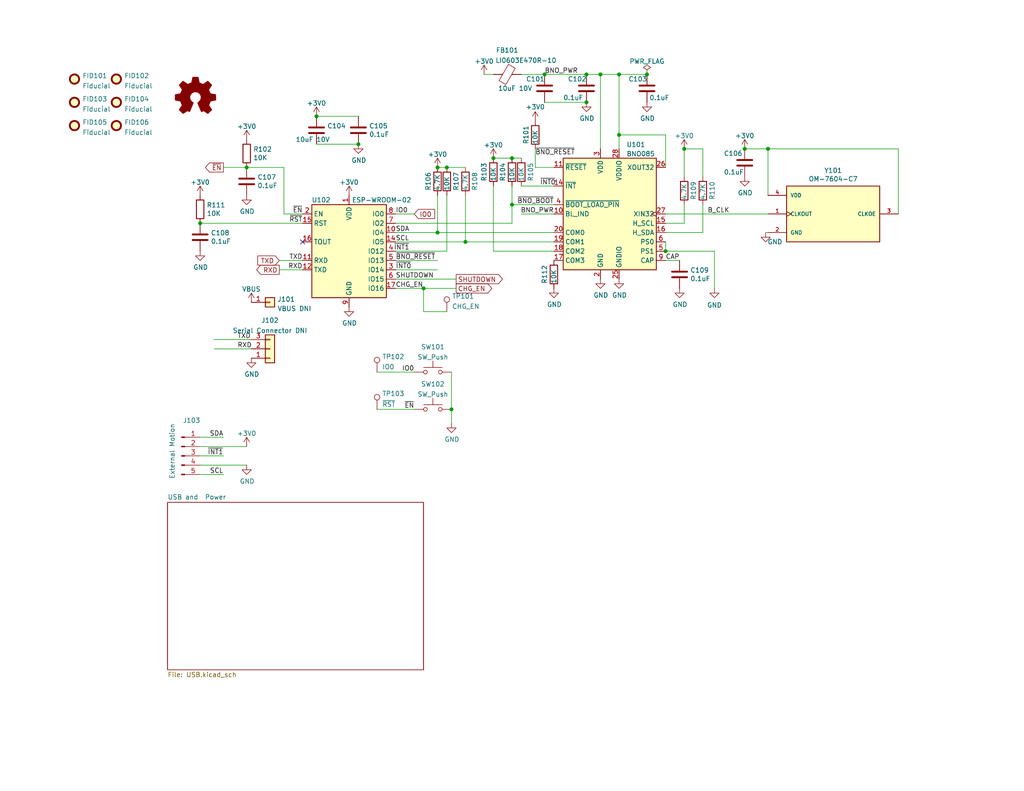
<source format=kicad_sch>
(kicad_sch (version 20211123) (generator eeschema)
  (paper "USLetter")
  (title_block (title "Slime VR Motion Tracker") (date "2022-03-20") (rev "0.97") (company "Copyright © 2022 Aaron Williams"))
  (lib_symbols
    (symbol "Aaron:OM-7604-C7" (pin_names (offset 1.016))
      (property "Reference" "Y" (at -12.7 8.89 0))
      (property "Value" "OM-7604-C7" (at -12.7254 -10.1854 0))
      (symbol "OM-7604-C7_0_0"
        (rectangle (start -12.7 -7.62) (end 12.7 7.62) (stroke (width 0.254)) (fill (type background)))
        (pin output clock (at 17.78 0 180) (length 5.08) (name "CLKOUT") (number "1"))
        (pin power_in line (at 17.78 -5.08 180) (length 5.08) (name "GND") (number "2"))
        (pin input line (at -17.78 0 0) (length 5.08) (name "CLKOE") (number "3"))
        (pin power_in line (at 17.78 5.08 180) (length 5.08) (name "VDD") (number "4"))
      )
    )
    (symbol "Connector:Conn_01x05_Male" (pin_names (offset 1.016) hide)
      (property "Reference" "J" (at 0 7.62 0))
      (property "Value" "Conn_01x05_Male" (at 0 -7.62 0))
      (symbol "Conn_01x05_Male_1_1"
        (polyline (pts (xy 1.27 -5.08) (xy 0.8636 -5.08)) (stroke (width 0.1524)))
        (polyline (pts (xy 1.27 -2.54) (xy 0.8636 -2.54)) (stroke (width 0.1524)))
        (polyline (pts (xy 1.27 0) (xy 0.8636 0)) (stroke (width 0.1524)))
        (polyline (pts (xy 1.27 2.54) (xy 0.8636 2.54)) (stroke (width 0.1524)))
        (polyline (pts (xy 1.27 5.08) (xy 0.8636 5.08)) (stroke (width 0.1524)))
        (rectangle (start 0.8636 -4.953) (end 0 -5.207) (stroke (width 0.1524)) (fill (type outline)))
        (rectangle (start 0.8636 -2.413) (end 0 -2.667) (stroke (width 0.1524)) (fill (type outline)))
        (rectangle (start 0.8636 0.127) (end 0 -0.127) (stroke (width 0.1524)) (fill (type outline)))
        (rectangle (start 0.8636 2.667) (end 0 2.413) (stroke (width 0.1524)) (fill (type outline)))
        (rectangle (start 0.8636 5.207) (end 0 4.953) (stroke (width 0.1524)) (fill (type outline)))
        (pin passive line (at 5.08 5.08 180) (length 3.81) (name "Pin_1") (number "1"))
        (pin passive line (at 5.08 2.54 180) (length 3.81) (name "Pin_2") (number "2"))
        (pin passive line (at 5.08 0 180) (length 3.81) (name "Pin_3") (number "3"))
        (pin passive line (at 5.08 -2.54 180) (length 3.81) (name "Pin_4") (number "4"))
        (pin passive line (at 5.08 -5.08 180) (length 3.81) (name "Pin_5") (number "5"))
      )
    )
    (symbol "Connector:TestPoint" (pin_numbers hide) (pin_names (offset 0.762) hide)
      (property "Reference" "TP" (at 0 6.858 0))
      (property "Value" "TestPoint" (at 0 5.08 0))
      (symbol "TestPoint_0_1"
        (circle (center 0 3.302) (radius 0.762))
      )
      (symbol "TestPoint_1_1"
        (pin passive line (at 0 0 90) (length 2.54) (name "1") (number "1"))
      )
    )
    (symbol "Connector_Generic:Conn_01x01" (pin_names (offset 1.016) hide)
      (property "Reference" "J" (at 0 2.54 0))
      (property "Value" "Conn_01x01" (at 0 -2.54 0))
      (symbol "Conn_01x01_1_1"
        (rectangle (start -1.27 0.127) (end 0 -0.127) (stroke (width 0.1524)))
        (rectangle (start -1.27 1.27) (end 1.27 -1.27) (stroke (width 0.254)) (fill (type background)))
        (pin passive line (at -5.08 0 0) (length 3.81) (name "Pin_1") (number "1"))
      )
    )
    (symbol "Connector_Generic:Conn_01x03" (pin_names (offset 1.016) hide)
      (property "Reference" "J" (at 0 5.08 0))
      (property "Value" "Conn_01x03" (at 0 -5.08 0))
      (symbol "Conn_01x03_1_1"
        (rectangle (start -1.27 -2.413) (end 0 -2.667) (stroke (width 0.1524)))
        (rectangle (start -1.27 0.127) (end 0 -0.127) (stroke (width 0.1524)))
        (rectangle (start -1.27 2.667) (end 0 2.413) (stroke (width 0.1524)))
        (rectangle (start -1.27 3.81) (end 1.27 -3.81) (stroke (width 0.254)) (fill (type background)))
        (pin passive line (at -5.08 2.54 0) (length 3.81) (name "Pin_1") (number "1"))
        (pin passive line (at -5.08 0 0) (length 3.81) (name "Pin_2") (number "2"))
        (pin passive line (at -5.08 -2.54 0) (length 3.81) (name "Pin_3") (number "3"))
      )
    )
    (symbol "Device:C" (pin_numbers hide) (pin_names (offset 0.254))
      (property "Reference" "C" (at 0.635 2.54 0))
      (property "Value" "C" (at 0.635 -2.54 0))
      (symbol "C_0_1"
        (polyline (pts (xy -2.032 -0.762) (xy 2.032 -0.762)) (stroke (width 0.508)))
        (polyline (pts (xy -2.032 0.762) (xy 2.032 0.762)) (stroke (width 0.508)))
      )
      (symbol "C_1_1"
        (pin passive line (at 0 3.81 270) (length 2.794) (name "~") (number "1"))
        (pin passive line (at 0 -3.81 90) (length 2.794) (name "~") (number "2"))
      )
    )
    (symbol "Device:FerriteBead" (pin_numbers hide) (pin_names (offset 0))
      (property "Reference" "FB" (at -3.81 0.635 90))
      (property "Value" "FerriteBead" (at 3.81 0 90))
      (symbol "FerriteBead_0_1"
        (polyline (pts (xy 0 -1.27) (xy 0 -1.2192)))
        (polyline (pts (xy 0 1.27) (xy 0 1.2954)))
        (polyline (pts (xy -2.7686 0.4064) (xy -1.7018 2.2606) (xy 2.7686 -0.3048) (xy 1.6764 -2.159) (xy -2.7686 0.4064)))
      )
      (symbol "FerriteBead_1_1"
        (pin passive line (at 0 3.81 270) (length 2.54) (name "~") (number "1"))
        (pin passive line (at 0 -3.81 90) (length 2.54) (name "~") (number "2"))
      )
    )
    (symbol "Device:R" (pin_numbers hide) (pin_names (offset 0))
      (property "Reference" "R" (at 2.032 0 90))
      (property "Value" "R" (at 0 0 90))
      (symbol "R_0_1"
        (rectangle (start -1.016 -2.54) (end 1.016 2.54) (stroke (width 0.254)))
      )
      (symbol "R_1_1"
        (pin passive line (at 0 3.81 270) (length 1.27) (name "~") (number "1"))
        (pin passive line (at 0 -3.81 90) (length 1.27) (name "~") (number "2"))
      )
    )
    (symbol "Graphic:Logo_Open_Hardware_Small" (pin_names (offset 1.016))
      (symbol "Logo_Open_Hardware_Small_0_1"
        (polyline (pts (xy 3.3528 -4.3434) (xy 3.302 -4.318) (xy 3.175 -4.2418) (xy 2.9972 -4.1148) (xy 2.7686 -3.9624) (xy 2.54 -3.81) (xy 2.3622 -3.7084) (xy 2.2352 -3.6068) (xy 2.1844 -3.5814) (xy 2.159 -3.6068) (xy 2.0574 -3.6576) (xy 1.905 -3.7338) (xy 1.8034 -3.7846) (xy 1.6764 -3.8354) (xy 1.6002 -3.8354) (xy 1.6002 -3.8354) (xy 1.5494 -3.7338) (xy 1.4732 -3.5306) (xy 1.3462 -3.302) (xy 1.2446 -3.0226) (xy 1.1176 -2.7178) (xy 0.9652 -2.413) (xy 0.8636 -2.1082) (xy 0.7366 -1.8288) (xy 0.6604 -1.6256) (xy 0.6096 -1.4732) (xy 0.5842 -1.397) (xy 0.5842 -1.397) (xy 0.6604 -1.3208) (xy 0.7874 -1.2446) (xy 1.0414 -1.016) (xy 1.2954 -0.6858) (xy 1.4478 -0.3302) (xy 1.524 0.0762) (xy 1.4732 0.4572) (xy 1.3208 0.8128) (xy 1.0668 1.143) (xy 0.762 1.3716) (xy 0.4064 1.524) (xy 0 1.5748) (xy -0.381 1.5494) (xy -0.7366 1.397) (xy -1.0668 1.143) (xy -1.2192 0.9906) (xy -1.397 0.6604) (xy -1.524 0.3048) (xy -1.524 0.2286) (xy -1.4986 -0.1778) (xy -1.397 -0.5334) (xy -1.1938 -0.8636) (xy -0.9144 -1.143) (xy -0.8636 -1.1684) (xy -0.7366 -1.27) (xy -0.635 -1.3462) (xy -0.5842 -1.397) (xy -1.0668 -2.5908) (xy -1.143 -2.794) (xy -1.2954 -3.1242) (xy -1.397 -3.4036) (xy -1.4986 -3.6322) (xy -1.5748 -3.7846) (xy -1.6002 -3.8354) (xy -1.6002 -3.8354) (xy -1.651 -3.8354) (xy -1.7272 -3.81) (xy -1.905 -3.7338) (xy -2.0066 -3.683) (xy -2.1336 -3.6068) (xy -2.2098 -3.5814) (xy -2.2606 -3.6068) (xy -2.3622 -3.683) (xy -2.54 -3.81) (xy -2.7686 -3.9624) (xy -2.9718 -4.0894) (xy -3.1496 -4.2164) (xy -3.302 -4.318) (xy -3.3528 -4.3434) (xy -3.3782 -4.3434) (xy -3.429 -4.318) (xy -3.5306 -4.2164) (xy -3.7084 -4.064) (xy -3.937 -3.8354) (xy -3.9624 -3.81) (xy -4.1656 -3.6068) (xy -4.318 -3.4544) (xy -4.4196 -3.3274) (xy -4.445 -3.2766) (xy -4.445 -3.2766) (xy -4.4196 -3.2258) (xy -4.318 -3.0734) (xy -4.2164 -2.8956) (xy -4.064 -2.667) (xy -3.6576 -2.0828) (xy -3.8862 -1.5494) (xy -3.937 -1.3716) (xy -4.0386 -1.1684) (xy -4.0894 -1.0414) (xy -4.1148 -0.9652) (xy -4.191 -0.9398) (xy -4.318 -0.9144) (xy -4.5466 -0.8636) (xy -4.8006 -0.8128) (xy -5.0546 -0.7874) (xy -5.2578 -0.7366) (xy -5.4356 -0.7112) (xy -5.5118 -0.6858) (xy -5.5118 -0.6858) (xy -5.5372 -0.635) (xy -5.5372 -0.5588) (xy -5.5372 -0.4318) (xy -5.5626 -0.2286) (xy -5.5626 0.0762) (xy -5.5626 0.127) (xy -5.5372 0.4064) (xy -5.5372 0.635) (xy -5.5372 0.762) (xy -5.5372 0.8382) (xy -5.5372 0.8382) (xy -5.461 0.8382) (xy -5.3086 0.889) (xy -5.08 0.9144) (xy -4.826 0.9652) (xy -4.8006 0.9906) (xy -4.5466 1.0414) (xy -4.318 1.0668) (xy -4.1656 1.1176) (xy -4.0894 1.143) (xy -4.0894 1.143) (xy -4.0386 1.2446) (xy -3.9624 1.4224) (xy -3.8608 1.6256) (xy -3.7846 1.8288) (xy -3.7084 2.0066) (xy -3.6576 2.159) (xy -3.6322 2.2098) (xy -3.6322 2.2098) (xy -3.683 2.286) (xy -3.7592 2.413) (xy -3.8862 2.5908) (xy -4.064 2.8194) (xy -4.064 2.8448) (xy -4.2164 3.0734) (xy -4.3434 3.2512) (xy -4.4196 3.3782) (xy -4.445 3.4544) (xy -4.445 3.4544) (xy -4.3942 3.5052) (xy -4.2926 3.6322) (xy -4.1148 3.81) (xy -3.937 4.0132) (xy -3.8608 4.064) (xy -3.6576 4.2926) (xy -3.5052 4.4196) (xy -3.4036 4.4958) (xy -3.3528 4.5212) (xy -3.3528 4.5212) (xy -3.302 4.4704) (xy -3.1496 4.3688) (xy -2.9718 4.2418) (xy -2.7432 4.0894) (xy -2.7178 4.0894) (xy -2.4892 3.937) (xy -2.3114 3.81) (xy -2.1844 3.7084) (xy -2.1336 3.683) (xy -2.1082 3.683) (xy -2.032 3.7084) (xy -1.8542 3.7592) (xy -1.6764 3.8354) (xy -1.4732 3.937) (xy -1.27 4.0132) (xy -1.143 4.064) (xy -1.0668 4.1148) (xy -1.0668 4.1148) (xy -1.0414 4.191) (xy -1.016 4.3434) (xy -0.9652 4.572) (xy -0.9144 4.8514) (xy -0.889 4.9022) (xy -0.8382 5.1562) (xy -0.8128 5.3848) (xy -0.7874 5.5372) (xy -0.762 5.588) (xy -0.7112 5.6134) (xy -0.5842 5.6134) (xy -0.4064 5.6134) (xy -0.1524 5.6134) (xy 0.0762 5.6134) (xy 0.3302 5.6134) (xy 0.5334 5.6134) (xy 0.6858 5.588) (xy 0.7366 5.588) (xy 0.7366 5.588) (xy 0.762 5.5118) (xy 0.8128 5.334) (xy 0.8382 5.1054) (xy 0.9144 4.826) (xy 0.9144 4.7752) (xy 0.9652 4.5212) (xy 1.016 4.2926) (xy 1.0414 4.1402) (xy 1.0668 4.0894) (xy 1.0668 4.0894) (xy 1.1938 4.0386) (xy 1.3716 3.9624) (xy 1.5748 3.8608) (xy 2.0828 3.6576) (xy 2.7178 4.0894) (xy 2.7686 4.1402) (xy 2.9972 4.2926) (xy 3.175 4.4196) (xy 3.302 4.4958) (xy 3.3782 4.5212) (xy 3.3782 4.5212) (xy 3.429 4.4704) (xy 3.556 4.3434) (xy 3.7338 4.191) (xy 3.9116 3.9878) (xy 4.064 3.8354) (xy 4.2418 3.6576) (xy 4.3434 3.556) (xy 4.4196 3.4798) (xy 4.4196 3.429) (xy 4.4196 3.4036) (xy 4.3942 3.3274) (xy 4.2926 3.2004) (xy 4.1656 2.9972) (xy 4.0132 2.794) (xy 3.8862 2.5908) (xy 3.7592 2.3876) (xy 3.6576 2.2352) (xy 3.6322 2.159) (xy 3.6322 2.1336) (xy 3.683 2.0066) (xy 3.7592 1.8288) (xy 3.8608 1.6002) (xy 4.064 1.1176) (xy 4.3942 1.0414) (xy 4.5974 1.016) (xy 4.8768 0.9652) (xy 5.1308 0.9144) (xy 5.5372 0.8382) (xy 5.5626 -0.6604) (xy 5.4864 -0.6858) (xy 5.4356 -0.6858) (xy 5.2832 -0.7366) (xy 5.0546 -0.762) (xy 4.8006 -0.8128) (xy 4.5974 -0.8636) (xy 4.3688 -0.9144) (xy 4.2164 -0.9398) (xy 4.1402 -0.9398) (xy 4.1148 -0.9652) (xy 4.064 -1.0668) (xy 3.9878 -1.2446) (xy 3.9116 -1.4478) (xy 3.81 -1.651) (xy 3.7338 -1.8542) (xy 3.683 -2.0066) (xy 3.6576 -2.0828) (xy 3.683 -2.1336) (xy 3.7846 -2.2606) (xy 3.8862 -2.4638) (xy 4.0386 -2.667) (xy 4.191 -2.8956) (xy 4.318 -3.0734) (xy 4.3942 -3.2004) (xy 4.445 -3.2766) (xy 4.4196 -3.3274) (xy 4.3434 -3.429) (xy 4.1656 -3.5814) (xy 3.937 -3.8354) (xy 3.8862 -3.8608) (xy 3.683 -4.064) (xy 3.5306 -4.2164) (xy 3.4036 -4.318) (xy 3.3528 -4.3434)) (fill (type outline)))
      )
    )
    (symbol "Mechanical:Fiducial"
      (property "Reference" "FID" (at 0 5.08 0))
      (property "Value" "Fiducial" (at 0 3.175 0))
      (symbol "Fiducial_0_1"
        (circle (center 0 0) (radius 1.27) (stroke (width 0.508)) (fill (type background)))
      )
    )
    (symbol "RF_Module:ESP-WROOM-02"
      (property "Reference" "U" (at -7.62 13.97 0))
      (property "Value" "ESP-WROOM-02" (at 10.16 13.97 0))
      (symbol "ESP-WROOM-02_0_1"
        (rectangle (start 10.16 12.7) (end -10.16 -12.7) (stroke (width 0.254)) (fill (type background)))
      )
      (symbol "ESP-WROOM-02_1_1"
        (pin power_in line (at 0 15.24 270) (length 2.54) (name "VDD") (number "1"))
        (pin bidirectional line (at 12.7 5.08 180) (length 2.54) (name "IO4") (number "10"))
        (pin bidirectional line (at -12.7 -2.54 0) (length 2.54) (name "RXD") (number "11"))
        (pin bidirectional line (at -12.7 -5.08 0) (length 2.54) (name "TXD") (number "12"))
        (pin passive line (at 0 -15.24 90) (length 2.54) hide (name "GND") (number "13"))
        (pin bidirectional line (at 12.7 2.54 180) (length 2.54) (name "IO5") (number "14"))
        (pin input line (at -12.7 7.62 0) (length 2.54) (name "RST") (number "15"))
        (pin input line (at -12.7 2.54 0) (length 2.54) (name "TOUT") (number "16"))
        (pin bidirectional line (at 12.7 -10.16 180) (length 2.54) (name "IO16") (number "17"))
        (pin passive line (at 0 -15.24 90) (length 2.54) hide (name "GND") (number "18"))
        (pin passive line (at 0 -15.24 90) (length 2.54) hide (name "GND") (number "19"))
        (pin input line (at -12.7 10.16 0) (length 2.54) (name "EN") (number "2"))
        (pin bidirectional line (at 12.7 -5.08 180) (length 2.54) (name "IO14") (number "3"))
        (pin bidirectional line (at 12.7 0 180) (length 2.54) (name "IO12") (number "4"))
        (pin bidirectional line (at 12.7 -2.54 180) (length 2.54) (name "IO13") (number "5"))
        (pin bidirectional line (at 12.7 -7.62 180) (length 2.54) (name "IO15") (number "6"))
        (pin bidirectional line (at 12.7 7.62 180) (length 2.54) (name "IO2") (number "7"))
        (pin bidirectional line (at 12.7 10.16 180) (length 2.54) (name "IO0") (number "8"))
        (pin power_in line (at 0 -15.24 90) (length 2.54) (name "GND") (number "9"))
      )
    )
    (symbol "Sensor_Motion:BNO080"
      (property "Reference" "U301" (at 6.985 19.05 0))
      (property "Value" "BNO080" (at 7.62 16.51 0))
      (symbol "BNO080_0_1"
        (rectangle (start -12.7 15.24) (end 12.7 -15.24) (stroke (width 0.254)) (fill (type background)))
      )
      (symbol "BNO080_1_1"
        (pin no_connect line (at -15.24 10.16 0) (length 2.54) hide (name "PIN1") (number "1"))
        (pin input line (at -15.24 0 0) (length 2.54) (name "BL_IND") (number "10"))
        (pin input line (at -15.24 12.7 0) (length 2.54) (name "~{RESET}") (number "11"))
        (pin no_connect line (at 15.24 10.16 180) (length 2.54) hide (name "NC") (number "12"))
        (pin no_connect line (at 15.24 7.62 180) (length 2.54) hide (name "NC") (number "13"))
        (pin open_collector line (at -15.24 7.62 0) (length 2.54) (name "~{INT}") (number "14"))
        (pin bidirectional line (at 15.24 -2.54 180) (length 2.54) (name "H_SCL") (number "15"))
        (pin bidirectional line (at 15.24 -5.08 180) (length 2.54) (name "H_SDA") (number "16"))
        (pin input line (at -15.24 -12.7 0) (length 2.54) (name "COM3") (number "17"))
        (pin bidirectional line (at -15.24 -10.16 0) (length 2.54) (name "COM2") (number "18"))
        (pin bidirectional line (at -15.24 -7.62 0) (length 2.54) (name "COM1") (number "19"))
        (pin power_in line (at -2.54 -17.78 90) (length 2.54) (name "GND") (number "2"))
        (pin bidirectional line (at -15.24 -5.08 0) (length 2.54) (name "COM0") (number "20"))
        (pin no_connect line (at 15.24 5.08 180) (length 2.54) hide (name "NC") (number "21"))
        (pin no_connect line (at 15.24 2.54 180) (length 2.54) hide (name "NC") (number "22"))
        (pin no_connect line (at -1.27 -2.54 180) (length 2.54) hide (name "NC") (number "23"))
        (pin no_connect line (at -1.27 -5.08 180) (length 2.54) hide (name "NC") (number "24"))
        (pin power_in line (at 2.54 -17.78 90) (length 2.54) (name "GNDIO") (number "25"))
        (pin passive line (at 15.24 12.7 180) (length 2.54) (name "XOUT32") (number "26"))
        (pin input clock (at 15.24 0 180) (length 2.54) (name "XIN32") (number "27"))
        (pin power_in line (at 2.54 17.78 270) (length 2.54) (name "VDDIO") (number "28"))
        (pin power_in line (at -2.54 17.78 270) (length 2.54) (name "VDD") (number "3"))
        (pin input line (at -15.24 2.54 0) (length 2.54) (name "~{BOOT_LOAD_PIN}") (number "4"))
        (pin input line (at 15.24 -10.16 180) (length 2.54) (name "PS1") (number "5"))
        (pin input line (at 15.24 -7.62 180) (length 2.54) (name "PS0") (number "6"))
        (pin no_connect line (at -15.24 5.08 0) (length 2.54) hide (name "PIN7") (number "7"))
        (pin no_connect line (at -15.24 -2.54 0) (length 2.54) hide (name "PIN8") (number "8"))
        (pin passive line (at 15.24 -12.7 180) (length 2.54) (name "CAP") (number "9"))
      )
    )
    (symbol "Switch:SW_Push" (pin_numbers hide) (pin_names (offset 1.016) hide)
      (property "Reference" "SW" (at 1.27 2.54 0))
      (property "Value" "SW_Push" (at 0 -1.524 0))
      (symbol "SW_Push_0_1"
        (circle (center -2.032 0) (radius 0.508))
        (polyline (pts (xy 0 1.27) (xy 0 3.048)))
        (polyline (pts (xy 2.54 1.27) (xy -2.54 1.27)))
        (circle (center 2.032 0) (radius 0.508))
        (pin passive line (at -5.08 0 0) (length 2.54) (name "1") (number "1"))
        (pin passive line (at 5.08 0 180) (length 2.54) (name "2") (number "2"))
      )
    )
    (symbol "power:+3V0" (power) (pin_names (offset 0))
      (property "Value" "+3V0" (at 0 3.556 0))
      (symbol "+3V0_0_1"
        (polyline (pts (xy -0.762 1.27) (xy 0 2.54)))
        (polyline (pts (xy 0 0) (xy 0 2.54)))
        (polyline (pts (xy 0 2.54) (xy 0.762 1.27)))
      )
      (symbol "+3V0_1_1"
        (pin power_in line (at 0 0 90) (length 0) hide (name "+3V0") (number "1"))
      )
    )
    (symbol "power:GND" (power) (pin_names (offset 0))
      (property "Value" "GND" (at 0 -3.81 0))
      (symbol "GND_0_1"
        (polyline (pts (xy 0 0) (xy 0 -1.27) (xy 1.27 -1.27) (xy 0 -2.54) (xy -1.27 -1.27) (xy 0 -1.27)))
      )
      (symbol "GND_1_1"
        (pin power_in line (at 0 0 270) (length 0) hide (name "GND") (number "1"))
      )
    )
    (symbol "power:PWR_FLAG" (power) (pin_numbers hide) (pin_names (offset 0) hide)
      (property "Value" "PWR_FLAG" (at 0 3.81 0))
      (symbol "PWR_FLAG_0_0"
        (pin power_out line (at 0 0 90) (length 0) (name "pwr") (number "1"))
      )
      (symbol "PWR_FLAG_0_1"
        (polyline (pts (xy 0 0) (xy 0 1.27) (xy -1.016 1.905) (xy 0 2.54) (xy 1.016 1.905) (xy 0 1.27)))
      )
    )
    (symbol "power:VBUS" (power) (pin_names (offset 0))
      (property "Value" "VBUS" (at 0 3.81 0))
      (symbol "VBUS_0_1"
        (polyline (pts (xy -0.762 1.27) (xy 0 2.54)))
        (polyline (pts (xy 0 0) (xy 0 2.54)))
        (polyline (pts (xy 0 2.54) (xy 0.762 1.27)))
      )
      (symbol "VBUS_1_1"
        (pin power_in line (at 0 0 90) (length 0) hide (name "VBUS") (number "1"))
      )
    )
  )
  (junction (at 209.55 40.64))
  (junction (at 148.59 20.32))
  (junction (at 160.02 27.94))
  (junction (at 86.36 31.75))
  (junction (at 97.79 39.37))
  (junction (at 139.7 55.88))
  (junction (at 139.7 43.18))
  (junction (at 54.61 60.96))
  (junction (at 119.38 63.5))
  (junction (at 168.91 36.83))
  (junction (at 163.83 20.32))
  (junction (at 127 66.04))
  (junction (at 123.19 111.76))
  (junction (at 160.02 20.32))
  (junction (at 115.57 78.74))
  (junction (at 168.91 20.32))
  (junction (at 186.69 40.64))
  (junction (at 176.53 20.32))
  (junction (at 119.38 45.72))
  (junction (at 181.61 68.58))
  (junction (at 121.92 45.72))
  (junction (at 67.31 45.72))
  (junction (at 203.2 40.64))
  (junction (at 134.62 43.18))
  (no_connect (at 82.55 66.04))
  (wire (pts (xy 146.05 45.72) (xy 151.13 45.72)))
  (wire (pts (xy 86.36 39.37) (xy 97.79 39.37)))
  (wire (pts (xy 107.95 78.74) (xy 115.57 78.74)))
  (wire (pts (xy 77.47 58.42) (xy 82.55 58.42)))
  (wire (pts (xy 181.61 58.42) (xy 209.55 58.42)))
  (wire (pts (xy 151.13 63.5) (xy 119.38 63.5)))
  (wire (pts (xy 107.95 71.12) (xy 119.38 71.12)))
  (wire (pts (xy 168.91 20.32) (xy 176.53 20.32)))
  (wire (pts (xy 60.96 124.46) (xy 54.61 124.46)))
  (wire (pts (xy 76.2 73.66) (xy 82.55 73.66)))
  (wire (pts (xy 181.61 68.58) (xy 194.945 68.58)))
  (wire (pts (xy 181.61 36.83) (xy 168.91 36.83)))
  (wire (pts (xy 186.69 40.64) (xy 186.69 48.26)))
  (wire (pts (xy 115.57 78.74) (xy 124.46 78.74)))
  (wire (pts (xy 191.77 63.5) (xy 191.77 55.88)))
  (wire (pts (xy 54.61 129.54) (xy 60.96 129.54)))
  (wire (pts (xy 151.13 55.88) (xy 139.7 55.88)))
  (wire (pts (xy 107.95 60.96) (xy 139.7 60.96)))
  (wire (pts (xy 102.87 111.76) (xy 113.03 111.76)))
  (wire (pts (xy 102.87 101.6) (xy 113.03 101.6)))
  (wire (pts (xy 163.83 20.32) (xy 163.83 40.64)))
  (wire (pts (xy 123.19 111.76) (xy 123.19 115.57)))
  (wire (pts (xy 107.95 58.42) (xy 113.03 58.42)))
  (wire (pts (xy 203.2 40.64) (xy 209.55 40.64)))
  (wire (pts (xy 54.61 60.96) (xy 82.55 60.96)))
  (wire (pts (xy 148.59 27.94) (xy 160.02 27.94)))
  (wire (pts (xy 181.61 63.5) (xy 191.77 63.5)))
  (wire (pts (xy 58.42 92.71) (xy 68.58 92.71)))
  (wire (pts (xy 186.69 40.64) (xy 191.77 40.64)))
  (wire (pts (xy 107.95 76.2) (xy 124.46 76.2)))
  (wire (pts (xy 54.61 121.92) (xy 67.31 121.92)))
  (wire (pts (xy 181.61 66.04) (xy 181.61 68.58)))
  (wire (pts (xy 163.83 20.32) (xy 168.91 20.32)))
  (wire (pts (xy 115.57 85.09) (xy 115.57 78.74)))
  (wire (pts (xy 107.95 66.04) (xy 127 66.04)))
  (wire (pts (xy 168.91 36.83) (xy 168.91 40.64)))
  (wire (pts (xy 186.69 60.96) (xy 186.69 55.88)))
  (wire (pts (xy 209.55 63.5) (xy 208.915 63.5)))
  (wire (pts (xy 121.92 53.34) (xy 121.92 68.58)))
  (wire (pts (xy 119.38 45.72) (xy 121.92 45.72)))
  (wire (pts (xy 142.24 20.32) (xy 148.59 20.32)))
  (wire (pts (xy 160.02 20.32) (xy 163.83 20.32)))
  (wire (pts (xy 139.7 60.96) (xy 139.7 55.88)))
  (wire (pts (xy 185.42 71.12) (xy 181.61 71.12)))
  (wire (pts (xy 67.31 45.72) (xy 77.47 45.72)))
  (wire (pts (xy 146.05 45.72) (xy 146.05 40.64)))
  (wire (pts (xy 121.92 85.09) (xy 115.57 85.09)))
  (wire (pts (xy 194.945 68.58) (xy 194.945 78.74)))
  (wire (pts (xy 82.55 71.12) (xy 76.2 71.12)))
  (wire (pts (xy 191.77 48.26) (xy 191.77 40.64)))
  (wire (pts (xy 107.95 68.58) (xy 121.92 68.58)))
  (wire (pts (xy 181.61 60.96) (xy 186.69 60.96)))
  (wire (pts (xy 139.7 43.18) (xy 142.24 43.18)))
  (wire (pts (xy 58.42 95.25) (xy 68.58 95.25)))
  (wire (pts (xy 142.24 58.42) (xy 151.13 58.42)))
  (wire (pts (xy 127 66.04) (xy 151.13 66.04)))
  (wire (pts (xy 107.95 73.66) (xy 119.38 73.66)))
  (wire (pts (xy 123.19 101.6) (xy 123.19 111.76)))
  (wire (pts (xy 86.36 31.75) (xy 97.79 31.75)))
  (wire (pts (xy 54.61 119.38) (xy 60.96 119.38)))
  (wire (pts (xy 209.55 40.64) (xy 209.55 53.34)))
  (wire (pts (xy 60.96 45.72) (xy 67.31 45.72)))
  (wire (pts (xy 121.92 45.72) (xy 127 45.72)))
  (wire (pts (xy 77.47 45.72) (xy 77.47 58.42)))
  (wire (pts (xy 142.24 50.8) (xy 151.13 50.8)))
  (wire (pts (xy 119.38 53.34) (xy 119.38 63.5)))
  (wire (pts (xy 132.08 20.32) (xy 134.62 20.32)))
  (wire (pts (xy 148.59 20.32) (xy 160.02 20.32)))
  (wire (pts (xy 139.7 55.88) (xy 139.7 50.8)))
  (wire (pts (xy 127 66.04) (xy 127 53.34)))
  (wire (pts (xy 245.11 40.64) (xy 245.11 58.42)))
  (wire (pts (xy 134.62 50.8) (xy 134.62 68.58)))
  (wire (pts (xy 107.95 63.5) (xy 119.38 63.5)))
  (wire (pts (xy 54.61 127) (xy 67.31 127)))
  (wire (pts (xy 209.55 40.64) (xy 245.11 40.64)))
  (wire (pts (xy 134.62 43.18) (xy 139.7 43.18)))
  (wire (pts (xy 134.62 68.58) (xy 151.13 68.58)))
  (wire (pts (xy 168.91 20.32) (xy 168.91 36.83)))
  (wire (pts (xy 181.61 36.83) (xy 181.61 45.72)))
  (label "~{EN}" (at 113.03 111.76 180))
  (label "IO0" (at 113.03 101.6 180))
  (label "TXD" (at 82.55 71.12 180))
  (label "SCL" (at 107.95 66.04 0))
  (label "~{RST}" (at 82.55 60.96 180))
  (label "IO0" (at 107.95 58.42 0))
  (label "~{INT1}" (at 111.76 68.58 180))
  (label "BNO_PWR" (at 151.13 58.42 180))
  (label "CAP" (at 181.61 71.12 0))
  (label "SDA" (at 107.95 63.5 0))
  (label "~{EN}" (at 82.55 58.42 180))
  (label "SHUTDOWN" (at 107.95 76.2 0))
  (label "~{BNO_RESET}" (at 146.05 42.545 0))
  (label "BNO_PWR" (at 148.59 20.32 0))
  (label "SCL" (at 60.96 129.54 180))
  (label "~{BNO_RESET}" (at 107.95 71.12 0))
  (label "~{BNO_BOOT}" (at 151.13 55.88 180))
  (label "~{INT0}" (at 147.32 50.8 0))
  (label "RXD" (at 82.55 73.66 180))
  (label "CHG_EN" (at 107.95 78.74 0))
  (label "~{INT0}" (at 107.95 73.66 0))
  (label "SDA" (at 60.96 119.38 180))
  (label "B_CLK" (at 193.04 58.42 0))
  (label "~{INT1}" (at 60.96 124.46 180))
  (label "TXD" (at 64.77 92.71 0))
  (label "RXD" (at 64.77 95.25 0))
  (global_label "RXD" (shape output) (at 76.2 73.66 180) (property "Intersheet References" "${INTERSHEET_REFS}" (effects hide)))
  (global_label "CHG_EN" (shape output) (at 124.46 78.74 0) (property "Intersheet References" "${INTERSHEET_REFS}" (effects hide)))
  (global_label "IO0" (shape input) (at 113.03 58.42 0) (property "Intersheet References" "${INTERSHEET_REFS}" (effects hide)))
  (global_label "SHUTDOWN" (shape output) (at 124.46 76.2 0) (property "Intersheet References" "${INTERSHEET_REFS}" (effects hide)))
  (global_label "TXD" (shape input) (at 76.2 71.12 180) (property "Intersheet References" "${INTERSHEET_REFS}" (effects hide)))
  (global_label "~{EN}" (shape output) (at 60.96 45.72 180) (property "Intersheet References" "${INTERSHEET_REFS}" (effects hide)))
  (symbol (lib_id "RF_Module:ESP-WROOM-02") (at 95.25 68.58 0) (unit 1)
    (property "Reference" "U102" (at 87.63 54.61 0))
    (property "Value" "ESP-WROOM-02" (at 104.14 54.61 0))
    (property "Footprint" "RF_Module:ESP-WROOM-02" (effects hide))
    (property "Datasheet" "https://www.espressif.com/sites/default/files/documentation/0c-esp-wroom-02_datasheet_en.pdf" (effects hide))
    (property "MFR" "Espressif Systems" (effects hide))
    (property "MPN" "ESP-WROOM-02D (4MB)" (effects hide))
    (property "SPR" "Digikey" (effects hide))
    (property "SPN" "1965-ESP-WROOM-02D(4MB)CT-ND" (effects hide))
    (property "SPURL" "https://www.digikey.com/en/products/detail/espressif-systems/ESP-WROOM-02D-4MB/10259353" (effects hide))
    (property "DESC" "WiFi 802.11b/g/n Transceiver Module 2.4GHz ~ 2.5GHz Integrated, Trace Surface Mount" (effects hide))
    (property "MANUFACTURER" "Espressif Systems" (effects hide))
  )
  (symbol (lib_id "Device:R") (at 119.38 49.53 0) (unit 1)
    (property "Reference" "R106" (at 116.84 52.07 90) (effects (justify left)))
    (property "Value" "4.7K" (at 119.38 52.07 90) (effects (justify left)))
    (property "Footprint" "Resistor_SMD:R_0603_1608Metric" (effects hide))
    (property "MFR" "Yageo" (effects hide))
    (property "MPN" "RC0603FR-074K7L" (effects hide))
    (property "SPR" "Digikey" (effects hide))
    (property "SPN" "311-4.70KHRCT-ND" (effects hide))
    (property "SPURL" "https://www.digikey.com/en/products/detail/yageo/RC0603FR-074K7L/727212" (effects hide))
    (property "DESC" "4.7 kOhms ±1% 0.1W, 1/10W Chip Resistor 0603 (1608 Metric) Moisture Resistant Thick Film" (effects hide))
    (property "MANUFACTURER" "YAGEO" (effects hide))
  )
  (symbol (lib_id "power:GND") (at 95.25 83.82 0) (unit 1)
    (property "Reference" "#PWR0123" (effects hide))
    (property "Value" "GND" (at 95.377 88.2142 0))
  )
  (symbol (lib_id "Device:R") (at 54.61 57.15 0) (unit 1)
    (property "Reference" "R111" (at 56.388 55.9816 0) (effects (justify left)))
    (property "Value" "10K" (at 56.388 58.293 0) (effects (justify left)))
    (property "Footprint" "Resistor_SMD:R_0603_1608Metric" (effects hide))
    (property "MFR" "Yageo" (effects hide))
    (property "MPN" "RC0603FR-0710KL" (effects hide))
    (property "SPR" "Digikey" (effects hide))
    (property "SPN" "311-10.0KHRCT-ND" (effects hide))
    (property "SPURL" "https://www.digikey.com/en/products/detail/yageo/RC0603FR-0710KL/2827570" (effects hide))
    (property "DESC" "10 kOhms ±1% 0.1W, 1/10W Chip Resistor 0603 (1608 Metric) Moisture Resistant Thick Film" (effects hide))
    (property "MANUFACTURER" "YAGEO" (effects hide))
  )
  (symbol (lib_id "Device:C") (at 54.61 64.77 0) (unit 1)
    (property "Reference" "C108" (at 57.531 63.6016 0) (effects (justify left)))
    (property "Value" "0.1uF" (at 57.531 65.913 0) (effects (justify left)))
    (property "Footprint" "Capacitor_SMD:C_0603_1608Metric" (effects hide))
    (property "MFR" "KEMET" (effects hide))
    (property "MPN" "C0603C104M3RAC7867" (effects hide))
    (property "SPR" "Digikey" (effects hide))
    (property "SPN" "399-C0603C104M3RAC7867CT-ND" (effects hide))
    (property "SPURL" "https://www.digikey.com/en/products/detail/kemet/C0603C104M3RAC7867/416046" (effects hide))
    (property "DESC" "0.1 µF ±20% 25V Ceramic Capacitor X7R 0603 (1608 Metric)" (effects hide))
    (property "MANUFACTURER" "KEMET" (effects hide))
  )
  (symbol (lib_id "power:GND") (at 54.61 68.58 0) (unit 1)
    (property "Reference" "#PWR0117" (effects hide))
    (property "Value" "GND" (at 54.737 72.9742 0))
  )
  (symbol (lib_id "Device:R") (at 67.31 41.91 0) (unit 1)
    (property "Reference" "R102" (at 69.088 40.7416 0) (effects (justify left)))
    (property "Value" "10K" (at 69.088 43.053 0) (effects (justify left)))
    (property "Footprint" "Resistor_SMD:R_0603_1608Metric" (effects hide))
    (property "MFR" "Yageo" (effects hide))
    (property "MPN" "RC0603FR-0710KL" (effects hide))
    (property "SPR" "Digikey" (effects hide))
    (property "SPN" "311-10.0KHRCT-ND" (effects hide))
    (property "SPURL" "https://www.digikey.com/en/products/detail/yageo/RC0603FR-0710KL/2827570" (effects hide))
    (property "DESC" "10 kOhms ±1% 0.1W, 1/10W Chip Resistor 0603 (1608 Metric) Moisture Resistant Thick Film" (effects hide))
    (property "MANUFACTURER" "YAGEO" (effects hide))
  )
  (symbol (lib_id "Device:C") (at 97.79 35.56 0) (unit 1)
    (property "Reference" "C105" (at 100.711 34.3916 0) (effects (justify left)))
    (property "Value" "0.1uF" (at 100.711 36.703 0) (effects (justify left)))
    (property "Footprint" "Capacitor_SMD:C_0603_1608Metric" (effects hide))
    (property "MFR" "KEMET" (effects hide))
    (property "MPN" "C0603C104M3RAC7867" (effects hide))
    (property "SPR" "Digikey" (effects hide))
    (property "SPN" "399-C0603C104M3RAC7867CT-ND" (effects hide))
    (property "SPURL" "https://www.digikey.com/en/products/detail/kemet/C0603C104M3RAC7867/416046" (effects hide))
    (property "DESC" "0.1 µF ±20% 25V Ceramic Capacitor X7R 0603 (1608 Metric)" (effects hide))
    (property "MANUFACTURER" "KEMET" (effects hide))
  )
  (symbol (lib_id "Device:C") (at 86.36 35.56 0) (unit 1)
    (property "Reference" "C104" (at 89.281 34.3916 0) (effects (justify left)))
    (property "Value" "10uF 10V" (at 80.645 38.1 0) (effects (justify left)))
    (property "Footprint" "Capacitor_SMD:C_0603_1608Metric" (effects hide))
    (property "MFR" "Samsung Electro-Mechanics" (effects hide))
    (property "MPN" "CL10A106MP8NNNC" (effects hide))
    (property "SPR" "Digikey" (effects hide))
    (property "SPN" "1276-1871-1-ND" (effects hide))
    (property "SPURL" "https://www.digikey.com/en/products/detail/samsung-electro-mechanics/CL10A106MP8NNNC/3887529" (effects hide))
    (property "DESC" "10 µF ±20% 10V Ceramic Capacitor X5R 0603 (1608 Metric)" (effects hide))
    (property "MANUFACTURER" "Samsung Electro-Mechanics" (effects hide))
  )
  (symbol (lib_id "power:GND") (at 97.79 39.37 0) (unit 1)
    (property "Reference" "#PWR0108" (effects hide))
    (property "Value" "GND" (at 97.917 43.7642 0))
  )
  (symbol (lib_id "Device:C") (at 160.02 24.13 0) (unit 1)
    (property "Reference" "C102" (at 154.94 21.59 0) (effects (justify left)))
    (property "Value" "0.1uF" (at 153.67 26.67 0) (effects (justify left)))
    (property "Footprint" "Capacitor_SMD:C_0603_1608Metric" (effects hide))
    (property "MFR" "KEMET" (effects hide))
    (property "MPN" "C0603C104M3RAC7867" (effects hide))
    (property "SPR" "Digikey" (effects hide))
    (property "SPN" "399-C0603C104M3RAC7867CT-ND" (effects hide))
    (property "SPURL" "https://www.digikey.com/en/products/detail/kemet/C0603C104M3RAC7867/416046" (effects hide))
    (property "DESC" "0.1 µF ±20% 25V Ceramic Capacitor X7R 0603 (1608 Metric)" (effects hide))
    (property "MANUFACTURER" "KEMET" (effects hide))
  )
  (symbol (lib_id "Device:C") (at 148.59 24.13 0) (unit 1)
    (property "Reference" "C101" (at 143.51 21.59 0) (effects (justify left)))
    (property "Value" "10uF 10V" (at 135.89 24.13 0) (effects (justify left)))
    (property "Footprint" "Capacitor_SMD:C_0603_1608Metric" (effects hide))
    (property "MFR" "Samsung Electro-Mechanics" (effects hide))
    (property "MPN" "CL10A106MP8NNNC" (effects hide))
    (property "SPR" "Digikey" (effects hide))
    (property "SPN" "1276-1871-1-ND" (effects hide))
    (property "SPURL" "https://www.digikey.com/en/products/detail/samsung-electro-mechanics/CL10A106MP8NNNC/3887529" (effects hide))
    (property "DESC" "10 µF ±20% 10V Ceramic Capacitor X5R 0603 (1608 Metric)" (effects hide))
    (property "MANUFACTURER" "Samsung Electro-Mechanics" (effects hide))
  )
  (symbol (lib_id "power:GND") (at 160.02 27.94 0) (unit 1)
    (property "Reference" "#PWR0103" (effects hide))
    (property "Value" "GND" (at 160.147 32.3342 0))
  )
  (symbol (lib_id "Device:R") (at 139.7 46.99 0) (unit 1)
    (property "Reference" "R104" (at 137.16 49.53 90) (effects (justify left)))
    (property "Value" "10K" (at 139.7 49.53 90) (effects (justify left)))
    (property "Footprint" "Resistor_SMD:R_0603_1608Metric" (effects hide))
    (property "MFR" "Yageo" (effects hide))
    (property "MPN" "RC0603FR-0710KL" (effects hide))
    (property "SPR" "Digikey" (effects hide))
    (property "SPN" "311-10.0KHRCT-ND" (effects hide))
    (property "SPURL" "https://www.digikey.com/en/products/detail/yageo/RC0603FR-0710KL/2827570" (effects hide))
    (property "DESC" "10 kOhms ±1% 0.1W, 1/10W Chip Resistor 0603 (1608 Metric) Moisture Resistant Thick Film" (effects hide))
    (property "MANUFACTURER" "YAGEO" (effects hide))
  )
  (symbol (lib_id "Device:R") (at 134.62 46.99 0) (unit 1)
    (property "Reference" "R103" (at 132.08 49.53 90) (effects (justify left)))
    (property "Value" "10K" (at 134.62 49.53 90) (effects (justify left)))
    (property "Footprint" "Resistor_SMD:R_0603_1608Metric" (effects hide))
    (property "MFR" "Yageo" (effects hide))
    (property "MPN" "RC0603FR-0710KL" (effects hide))
    (property "SPR" "Digikey" (effects hide))
    (property "SPN" "311-10.0KHRCT-ND" (effects hide))
    (property "SPURL" "https://www.digikey.com/en/products/detail/yageo/RC0603FR-0710KL/2827570" (effects hide))
    (property "DESC" "10 kOhms ±1% 0.1W, 1/10W Chip Resistor 0603 (1608 Metric) Moisture Resistant Thick Film" (effects hide))
    (property "MANUFACTURER" "YAGEO" (effects hide))
  )
  (symbol (lib_id "Device:R") (at 151.13 74.93 0) (unit 1)
    (property "Reference" "R112" (at 148.59 77.47 90) (effects (justify left)))
    (property "Value" "10K" (at 151.13 77.47 90) (effects (justify left)))
    (property "Footprint" "Resistor_SMD:R_0603_1608Metric" (effects hide))
    (property "MFR" "Yageo" (effects hide))
    (property "MPN" "RC0603FR-0710KL" (effects hide))
    (property "SPR" "Digikey" (effects hide))
    (property "SPN" "311-10.0KHRCT-ND" (effects hide))
    (property "SPURL" "https://www.digikey.com/en/products/detail/yageo/RC0603FR-0710KL/2827570" (effects hide))
    (property "DESC" "10 kOhms ±1% 0.1W, 1/10W Chip Resistor 0603 (1608 Metric) Moisture Resistant Thick Film" (effects hide))
    (property "MANUFACTURER" "YAGEO" (effects hide))
  )
  (symbol (lib_id "power:GND") (at 151.13 78.74 0) (unit 1)
    (property "Reference" "#PWR0119" (effects hide))
    (property "Value" "GND" (at 151.257 83.1342 0))
  )
  (symbol (lib_id "Device:C") (at 185.42 74.93 0) (unit 1)
    (property "Reference" "C109" (at 188.341 73.7616 0) (effects (justify left)))
    (property "Value" "0.1uF" (at 188.341 76.073 0) (effects (justify left)))
    (property "Footprint" "Capacitor_SMD:C_0603_1608Metric" (effects hide))
    (property "MFR" "KEMET" (effects hide))
    (property "MPN" "C0603C104M3RAC7867" (effects hide))
    (property "SPR" "Digikey" (effects hide))
    (property "SPN" "399-C0603C104M3RAC7867CT-ND" (effects hide))
    (property "SPURL" "https://www.digikey.com/en/products/detail/kemet/C0603C104M3RAC7867/416046" (effects hide))
    (property "DESC" "0.1 µF ±20% 25V Ceramic Capacitor X7R 0603 (1608 Metric)" (effects hide))
    (property "MANUFACTURER" "KEMET" (effects hide))
  )
  (symbol (lib_id "power:GND") (at 185.42 78.74 0) (unit 1)
    (property "Reference" "#PWR0120" (effects hide))
    (property "Value" "GND" (at 185.547 83.1342 0))
  )
  (symbol (lib_id "Device:R") (at 146.05 36.83 0) (unit 1)
    (property "Reference" "R101" (at 143.51 39.37 90) (effects (justify left)))
    (property "Value" "10K" (at 146.05 39.37 90) (effects (justify left)))
    (property "Footprint" "Resistor_SMD:R_0603_1608Metric" (effects hide))
    (property "MFR" "Yageo" (effects hide))
    (property "MPN" "RC0603FR-0710KL" (effects hide))
    (property "SPR" "Digikey" (effects hide))
    (property "SPN" "311-10.0KHRCT-ND" (effects hide))
    (property "SPURL" "https://www.digikey.com/en/products/detail/yageo/RC0603FR-0710KL/2827570" (effects hide))
    (property "DESC" "10 kOhms ±1% 0.1W, 1/10W Chip Resistor 0603 (1608 Metric) Moisture Resistant Thick Film" (effects hide))
    (property "MANUFACTURER" "YAGEO" (effects hide))
  )
  (symbol (lib_id "Aaron:OM-7604-C7") (at 227.33 58.42 0) (mirror y) (unit 1)
    (property "Reference" "Y101" (at 227.33 46.5582 0))
    (property "Value" "OM-7604-C7" (at 227.33 48.8696 0))
    (property "Footprint" "Aaron:OSC_OM-7604-C7" (effects hide))
    (property "Datasheet" "32.768 kHz XO (Standard) CMOS Oscillator 1.2V ~ 5.5V Enable/Disable 4-SMD, No Lead" (effects hide))
    (property "MANUFACTURER" "MICRO CRYSTAL" (effects hide))
    (property "STANDARD" "Manufacturer Recommendations" (effects hide))
    (property "MAXIMUM_PACKAGE_HEIGHT" "0.7 mm" (effects hide))
    (property "PARTREV" "4.2/06.2019" (effects hide))
    (property "MFR" "Micro Crystal AG" (effects hide))
    (property "MPN" "OM-7604-C7-32.768KHZ-20PPM-TA-QC" (effects hide))
    (property "SPR" "Digikey" (effects hide))
    (property "SPN" "2195-OM-7604-C7-32.768KHZ-20PPM-TA-QCCT-ND" (effects hide))
    (property "SPURL" "https://www.digikey.com/en/products/detail/micro-crystal-ag/OM-7604-C7-32-768KHZ-20PPM-TA-QC/10431069" (effects hide))
    (property "DESC" "32.768 kHz XO (Standard) CMOS Oscillator 1.2V ~ 5.5V Enable/Disable 4-SMD, No Lead" (effects hide))
  )
  (symbol (lib_id "Device:C") (at 203.2 44.45 0) (unit 1)
    (property "Reference" "C106" (at 197.485 41.91 0) (effects (justify left)))
    (property "Value" "0.1uF" (at 197.485 46.99 0) (effects (justify left)))
    (property "Footprint" "Capacitor_SMD:C_0603_1608Metric" (effects hide))
    (property "MFR" "KEMET" (effects hide))
    (property "MPN" "C0603C104M3RAC7867" (effects hide))
    (property "SPR" "Digikey" (effects hide))
    (property "SPN" "399-C0603C104M3RAC7867CT-ND" (effects hide))
    (property "SPURL" "https://www.digikey.com/en/products/detail/kemet/C0603C104M3RAC7867/416046" (effects hide))
    (property "DESC" "0.1 µF ±20% 25V Ceramic Capacitor X7R 0603 (1608 Metric)" (effects hide))
    (property "MANUFACTURER" "KEMET" (effects hide))
  )
  (symbol (lib_id "power:GND") (at 208.915 63.5 0) (unit 1)
    (property "Reference" "#PWR0116" (effects hide))
    (property "Value" "GND" (at 211.455 66.04 0))
  )
  (symbol (lib_id "power:GND") (at 203.2 48.26 0) (unit 1)
    (property "Reference" "#PWR0111" (effects hide))
    (property "Value" "GND" (at 203.327 52.6542 0))
  )
  (symbol (lib_id "Connector:Conn_01x05_Male") (at 49.53 124.46 0) (unit 1)
    (property "Reference" "J103" (at 52.2732 114.7826 0))
    (property "Value" "External Motion" (at 46.99 123.19 90))
    (property "Footprint" "Connector_JST:JST_PH_S5B-PH-K_1x05_P2.00mm_Horizontal" (effects hide))
    (property "MFR" "JST Sales America Inc." (effects hide))
    (property "MPN" "B5B-PH-SM4-TBT(LF)(SN)" (effects hide))
    (property "SPR" "Digikey" (effects hide))
    (property "SPN" "455-3362-1-ND" (effects hide))
    (property "SPURL" "https://www.digikey.com/en/products/detail/jst-sales-america-inc/B5B-PH-SM4-TBT-LF-SN/9918859" (effects hide))
    (property "DESC" "Connector Header Surface Mount 5 position 0.079\" (2.00mm)" (effects hide))
    (property "MANUFACTURER" "JST Sales America Inc." (effects hide))
  )
  (symbol (lib_id "power:GND") (at 67.31 127 0) (unit 1)
    (property "Reference" "#PWR0127" (effects hide))
    (property "Value" "GND" (at 67.437 131.3942 0))
  )
  (symbol (lib_id "Device:C") (at 176.53 24.13 0) (unit 1)
    (property "Reference" "C103" (at 171.45 21.59 0) (effects (justify left)))
    (property "Value" "0.1uF" (at 177.165 26.67 0) (effects (justify left)))
    (property "Footprint" "Capacitor_SMD:C_0603_1608Metric" (effects hide))
    (property "MFR" "KEMET" (effects hide))
    (property "MPN" "C0603C104M3RAC7867" (effects hide))
    (property "SPR" "Digikey" (effects hide))
    (property "SPN" "399-C0603C104M3RAC7867CT-ND" (effects hide))
    (property "SPURL" "https://www.digikey.com/en/products/detail/kemet/C0603C104M3RAC7867/416046" (effects hide))
    (property "DESC" "0.1 µF ±20% 25V Ceramic Capacitor X7R 0603 (1608 Metric)" (effects hide))
    (property "MANUFACTURER" "KEMET" (effects hide))
  )
  (symbol (lib_id "power:GND") (at 176.53 27.94 0) (unit 1)
    (property "Reference" "#PWR0104" (effects hide))
    (property "Value" "GND" (at 176.657 32.3342 0))
  )
  (symbol (lib_id "Mechanical:Fiducial") (at 20.32 21.59 0) (unit 1) (in_bom no)
    (property "Reference" "FID101" (at 22.479 20.6815 0) (effects (justify left)))
    (property "Value" "Fiducial" (at 22.479 23.4566 0) (effects (justify left)))
    (property "Footprint" "Fiducial:Fiducial_0.5mm_Mask1mm" (effects hide))
  )
  (symbol (lib_id "Connector_Generic:Conn_01x03") (at 73.66 95.25 0) (mirror x) (unit 1) (in_bom no)
    (property "Reference" "J102" (at 73.66 87.4735 0))
    (property "Value" "Serial Connector DNI" (at 73.66 90.2486 0))
    (property "Footprint" "Connector_PinHeader_2.54mm:PinHeader_1x03_P2.54mm_Vertical" (effects hide))
  )
  (symbol (lib_id "Switch:SW_Push") (at 118.11 101.6 0) (unit 1) (in_bom no)
    (property "Reference" "SW101" (at 118.11 94.7125 0))
    (property "Value" "SW_Push" (at 118.11 97.4876 0))
    (property "Footprint" "Button_Switch_SMD:SW_SPST_CK_KXT3" (effects hide))
    (property "MFR" "C&K" (effects hide))
    (property "MPN" "KXT 331 LHS" (effects hide))
    (property "SPR" "Digikey" (effects hide))
    (property "SPN" "CKN10779CT-ND" (effects hide))
    (property "SPURL" "https://www.digikey.com/en/products/detail/c-k/KXT-331-LHS/6599754" (effects hide))
    (property "DESC" "Tactile Switch SPST-NO Top Actuated Surface Mount" (effects hide))
  )
  (symbol (lib_id "power:+3V0") (at 132.08 20.32 0) (unit 1)
    (property "Reference" "#PWR0110" (effects hide))
    (property "Value" "+3V0" (at 132.08 16.7442 0))
  )
  (symbol (lib_id "power:+3V0") (at 67.31 38.1 0) (unit 1)
    (property "Reference" "#PWR0105" (effects hide))
    (property "Value" "+3V0" (at 67.31 34.5242 0))
  )
  (symbol (lib_id "Device:R") (at 142.24 46.99 0) (unit 1)
    (property "Reference" "R105" (at 144.78 49.53 90) (effects (justify left)))
    (property "Value" "10K" (at 142.24 49.53 90) (effects (justify left)))
    (property "Footprint" "Resistor_SMD:R_0603_1608Metric" (effects hide))
    (property "MFR" "Yageo" (effects hide))
    (property "MPN" "RC0603FR-0710KL" (effects hide))
    (property "SPR" "Digikey" (effects hide))
    (property "SPN" "311-10.0KHRCT-ND" (effects hide))
    (property "SPURL" "https://www.digikey.com/en/products/detail/yageo/RC0603FR-0710KL/2827570" (effects hide))
    (property "DESC" "10 kOhms ±1% 0.1W, 1/10W Chip Resistor 0603 (1608 Metric) Moisture Resistant Thick Film" (effects hide))
    (property "MANUFACTURER" "YAGEO" (effects hide))
  )
  (symbol (lib_id "Connector_Generic:Conn_01x01") (at 73.66 82.55 0) (unit 1) (in_bom no)
    (property "Reference" "J101" (at 75.692 81.7153 0) (effects (justify left)))
    (property "Value" "VBUS DNI" (at 75.692 84.2522 0) (effects (justify left)))
    (property "Footprint" "Connector_PinHeader_2.54mm:PinHeader_1x01_P2.54mm_Vertical" (effects hide))
  )
  (symbol (lib_id "Device:R") (at 121.92 49.53 0) (unit 1)
    (property "Reference" "R107" (at 124.46 52.07 90) (effects (justify left)))
    (property "Value" "10K" (at 121.92 52.07 90) (effects (justify left)))
    (property "Footprint" "Resistor_SMD:R_0603_1608Metric" (effects hide))
    (property "MFR" "Yageo" (effects hide))
    (property "MPN" "RC0603FR-0710KL" (effects hide))
    (property "SPR" "Digikey" (effects hide))
    (property "SPN" "311-10.0KHRCT-ND" (effects hide))
    (property "SPURL" "https://www.digikey.com/en/products/detail/yageo/RC0603FR-0710KL/2827570" (effects hide))
    (property "DESC" "10 kOhms ±1% 0.1W, 1/10W Chip Resistor 0603 (1608 Metric) Moisture Resistant Thick Film" (effects hide))
    (property "MANUFACTURER" "YAGEO" (effects hide))
  )
  (symbol (lib_id "power:GND") (at 194.945 78.74 0) (unit 1)
    (property "Reference" "#PWR0121" (effects hide))
    (property "Value" "GND" (at 194.945 83.3025 0))
  )
  (symbol (lib_id "power:GND") (at 168.91 76.2 0) (unit 1)
    (property "Reference" "#PWR0118" (effects hide))
    (property "Value" "GND" (at 169.037 80.5942 0))
  )
  (symbol (lib_id "Device:R") (at 127 49.53 0) (unit 1)
    (property "Reference" "R108" (at 129.54 52.07 90) (effects (justify left)))
    (property "Value" "4.7K" (at 127 52.07 90) (effects (justify left)))
    (property "Footprint" "Resistor_SMD:R_0603_1608Metric" (effects hide))
    (property "MFR" "Yageo" (effects hide))
    (property "MPN" "RC0603FR-074K7L" (effects hide))
    (property "SPR" "Digikey" (effects hide))
    (property "SPN" "311-4.70KHRCT-ND" (effects hide))
    (property "SPURL" "https://www.digikey.com/en/products/detail/yageo/RC0603FR-074K7L/727212" (effects hide))
    (property "DESC" "4.7 kOhms ±1% 0.1W, 1/10W Chip Resistor 0603 (1608 Metric) Moisture Resistant Thick Film" (effects hide))
    (property "MANUFACTURER" "YAGEO" (effects hide))
  )
  (symbol (lib_id "power:+3V0") (at 54.61 53.34 0) (unit 1)
    (property "Reference" "#PWR0106" (effects hide))
    (property "Value" "+3V0" (at 54.61 49.7642 0))
  )
  (symbol (lib_id "Device:C") (at 67.31 49.53 0) (unit 1)
    (property "Reference" "C107" (at 70.231 48.3616 0) (effects (justify left)))
    (property "Value" "0.1uF" (at 70.231 50.673 0) (effects (justify left)))
    (property "Footprint" "Capacitor_SMD:C_0603_1608Metric" (effects hide))
    (property "MFR" "KEMET" (effects hide))
    (property "MPN" "C0603C104M3RAC7867" (effects hide))
    (property "SPR" "Digikey" (effects hide))
    (property "SPN" "399-C0603C104M3RAC7867CT-ND" (effects hide))
    (property "SPURL" "https://www.digikey.com/en/products/detail/kemet/C0603C104M3RAC7867/416046" (effects hide))
    (property "DESC" "0.1 µF ±20% 25V Ceramic Capacitor X7R 0603 (1608 Metric)" (effects hide))
    (property "MANUFACTURER" "KEMET" (effects hide))
  )
  (symbol (lib_id "power:GND") (at 68.58 97.79 0) (unit 1)
    (property "Reference" "#PWR0124" (effects hide))
    (property "Value" "GND" (at 68.707 102.1842 0))
  )
  (symbol (lib_id "power:PWR_FLAG") (at 176.53 20.32 0) (unit 1)
    (property "Reference" "#FLG0101" (effects hide))
    (property "Value" "PWR_FLAG" (at 176.53 16.7442 0))
  )
  (symbol (lib_id "Device:R") (at 191.77 52.07 0) (unit 1)
    (property "Reference" "R110" (at 194.31 54.61 90) (effects (justify left)))
    (property "Value" "4.7K" (at 191.77 54.61 90) (effects (justify left)))
    (property "Footprint" "Resistor_SMD:R_0603_1608Metric" (effects hide))
    (property "MFR" "Yageo" (effects hide))
    (property "MPN" "RC0603FR-074K7L" (effects hide))
    (property "SPR" "Digikey" (effects hide))
    (property "SPN" "311-4.70KHRCT-ND" (effects hide))
    (property "SPURL" "https://www.digikey.com/en/products/detail/yageo/RC0603FR-074K7L/727212" (effects hide))
    (property "DESC" "4.7 kOhms ±1% 0.1W, 1/10W Chip Resistor 0603 (1608 Metric) Moisture Resistant Thick Film" (effects hide))
    (property "MANUFACTURER" "YAGEO" (effects hide))
  )
  (symbol (lib_id "power:+3V0") (at 134.62 43.18 0) (unit 1)
    (property "Reference" "#PWR0109" (effects hide))
    (property "Value" "+3V0" (at 134.62 39.6042 0))
  )
  (symbol (lib_id "Mechanical:Fiducial") (at 31.75 21.59 0) (unit 1) (in_bom no)
    (property "Reference" "FID102" (at 33.909 20.6815 0) (effects (justify left)))
    (property "Value" "Fiducial" (at 33.909 23.4566 0) (effects (justify left)))
    (property "Footprint" "Fiducial:Fiducial_0.5mm_Mask1mm" (effects hide))
  )
  (symbol (lib_id "Connector:TestPoint") (at 102.87 101.6 0) (unit 1) (in_bom no)
    (property "Reference" "TP102" (at 104.267 97.3895 0) (effects (justify left)))
    (property "Value" "IO0" (at 104.267 100.1646 0) (effects (justify left)))
    (property "Footprint" "TestPoint:TestPoint_THTPad_1.0x1.0mm_Drill0.5mm" (effects hide))
  )
  (symbol (lib_id "power:GND") (at 123.19 115.57 0) (unit 1)
    (property "Reference" "#PWR0125" (effects hide))
    (property "Value" "GND" (at 123.317 119.9642 0))
  )
  (symbol (lib_id "Graphic:Logo_Open_Hardware_Small") (at 53.34 26.67 0) (unit 1) (in_bom no)
    (property "Reference" "LOGO101" (effects hide))
    (property "Value" "Logo_Open_Hardware_Small" (effects hide))
    (property "Footprint" "Symbol:OSHW-Logo2_7.3x6mm_SilkScreen" (effects hide))
  )
  (symbol (lib_id "power:+3V0") (at 146.05 33.02 0) (unit 1)
    (property "Reference" "#PWR0101" (effects hide))
    (property "Value" "+3V0" (at 146.05 29.21 0))
  )
  (symbol (lib_id "Mechanical:Fiducial") (at 20.32 27.94 0) (unit 1) (in_bom no)
    (property "Reference" "FID103" (at 22.479 27.0315 0) (effects (justify left)))
    (property "Value" "Fiducial" (at 22.479 29.8066 0) (effects (justify left)))
    (property "Footprint" "Fiducial:Fiducial_0.5mm_Mask1mm" (effects hide))
  )
  (symbol (lib_id "power:+3V0") (at 119.38 45.72 0) (unit 1)
    (property "Reference" "#PWR0112" (effects hide))
    (property "Value" "+3V0" (at 119.38 42.1442 0))
  )
  (symbol (lib_id "Mechanical:Fiducial") (at 31.75 34.29 0) (unit 1) (in_bom no)
    (property "Reference" "FID106" (at 33.909 33.3815 0) (effects (justify left)))
    (property "Value" "Fiducial" (at 33.909 36.1566 0) (effects (justify left)))
    (property "Footprint" "Fiducial:Fiducial_0.5mm_Mask1mm" (effects hide))
  )
  (symbol (lib_id "power:+3V0") (at 203.2 40.64 0) (unit 1)
    (property "Reference" "#PWR0126" (effects hide))
    (property "Value" "+3V0" (at 203.2 37.0642 0))
  )
  (symbol (lib_id "power:+3V0") (at 67.31 121.92 0) (unit 1)
    (property "Reference" "#PWR0128" (effects hide))
    (property "Value" "+3V0" (at 67.31 118.3442 0))
  )
  (symbol (lib_id "power:VBUS") (at 68.58 82.55 0) (unit 1)
    (property "Reference" "#PWR0122" (effects hide))
    (property "Value" "VBUS" (at 68.58 78.9455 0))
    (property "Footprint" "Connector_PinHeader_2.54mm:PinHeader_1x01_P2.54mm_Vertical" (effects hide))
  )
  (symbol (lib_id "Connector:TestPoint") (at 121.92 85.09 0) (unit 1) (in_bom no)
    (property "Reference" "TP101" (at 123.317 80.8795 0) (effects (justify left)))
    (property "Value" "CHG_EN" (at 123.317 83.6546 0) (effects (justify left)))
    (property "Footprint" "TestPoint:TestPoint_THTPad_1.0x1.0mm_Drill0.5mm" (effects hide))
  )
  (symbol (lib_id "Switch:SW_Push") (at 118.11 111.76 0) (unit 1) (in_bom no)
    (property "Reference" "SW102" (at 118.11 104.8725 0))
    (property "Value" "SW_Push" (at 118.11 107.6476 0))
    (property "Footprint" "Button_Switch_SMD:SW_SPST_CK_KXT3" (effects hide))
    (property "MFR" "C&K" (effects hide))
    (property "MPN" "KXT 331 LHS" (effects hide))
    (property "SPR" "Digikey" (effects hide))
    (property "SPN" "CKN10779CT-ND" (effects hide))
    (property "SPURL" "https://www.digikey.com/en/products/detail/c-k/KXT-331-LHS/6599754" (effects hide))
    (property "DESC" "Tactile Switch SPST-NO Top Actuated Surface Mount" (effects hide))
  )
  (symbol (lib_id "Sensor_Motion:BNO080") (at 166.37 58.42 0) (unit 1)
    (property "Reference" "U101" (at 170.9294 39.4802 0) (effects (justify left)))
    (property "Value" "BNO085" (at 170.9294 42.0171 0) (effects (justify left)))
    (property "Footprint" "Package_LGA:LGA-28_5.2x3.8mm_P0.5mm" (effects hide))
    (property "Datasheet" "https://www.ceva-dsp.com/wp-content/uploads/2019/10/BNO080_085-Datasheet.pdf" (effects hide))
    (property "MFR" "CEVA Technologies, Inc." (effects hide))
    (property "MPN" "BNO085" (effects hide))
    (property "SPR" "Digikey" (effects hide))
    (property "SPN" "1888-1006-1-ND" (effects hide))
    (property "SPURL" "https://www.digikey.com/en/products/detail/ceva-technologies-inc/BNO085/9445940" (effects hide))
    (property "DESC" "Accelerometer, Gyroscope, Magnetometer, 9 Axis Sensor I²C, SPI, UART Output" (effects hide))
    (property "MANUFACTURER" "CEVA Technologies, Inc." (effects hide))
  )
  (symbol (lib_id "power:+3V0") (at 86.36 31.75 0) (unit 1)
    (property "Reference" "#PWR0102" (effects hide))
    (property "Value" "+3V0" (at 86.36 28.1742 0))
  )
  (symbol (lib_id "power:+3V0") (at 186.69 40.64 0) (unit 1)
    (property "Reference" "#PWR0114" (effects hide))
    (property "Value" "+3V0" (at 186.69 37.0642 0))
  )
  (symbol (lib_id "Mechanical:Fiducial") (at 20.32 34.29 0) (unit 1) (in_bom no)
    (property "Reference" "FID105" (at 22.479 33.3815 0) (effects (justify left)))
    (property "Value" "Fiducial" (at 22.479 36.1566 0) (effects (justify left)))
    (property "Footprint" "Fiducial:Fiducial_0.5mm_Mask1mm" (effects hide))
  )
  (symbol (lib_id "Mechanical:Fiducial") (at 31.75 27.94 0) (unit 1) (in_bom no)
    (property "Reference" "FID104" (at 33.909 27.0315 0) (effects (justify left)))
    (property "Value" "Fiducial" (at 33.909 29.8066 0) (effects (justify left)))
    (property "Footprint" "Fiducial:Fiducial_0.5mm_Mask1mm" (effects hide))
  )
  (symbol (lib_id "power:+3V0") (at 95.25 53.34 0) (unit 1)
    (property "Reference" "#PWR0107" (effects hide))
    (property "Value" "+3V0" (at 95.25 49.7642 0))
  )
  (symbol (lib_id "Device:R") (at 186.69 52.07 0) (unit 1)
    (property "Reference" "R109" (at 189.23 54.61 90) (effects (justify left)))
    (property "Value" "4.7K" (at 186.69 54.61 90) (effects (justify left)))
    (property "Footprint" "Resistor_SMD:R_0603_1608Metric" (effects hide))
    (property "MFR" "Yageo" (effects hide))
    (property "MPN" "RC0603FR-074K7L" (effects hide))
    (property "SPR" "Digikey" (effects hide))
    (property "SPN" "311-4.70KHRCT-ND" (effects hide))
    (property "SPURL" "https://www.digikey.com/en/products/detail/yageo/RC0603FR-074K7L/727212" (effects hide))
    (property "DESC" "4.7 kOhms ±1% 0.1W, 1/10W Chip Resistor 0603 (1608 Metric) Moisture Resistant Thick Film" (effects hide))
    (property "MANUFACTURER" "YAGEO" (effects hide))
  )
  (symbol (lib_id "Connector:TestPoint") (at 102.87 111.76 0) (unit 1) (in_bom no)
    (property "Reference" "TP103" (at 104.267 107.454 0) (effects (justify left)))
    (property "Value" "~{RST}" (at 104.267 110.3831 0) (effects (justify left)))
    (property "Footprint" "TestPoint:TestPoint_THTPad_1.0x1.0mm_Drill0.5mm" (effects hide))
  )
  (symbol (lib_id "power:GND") (at 163.83 76.2 0) (unit 1)
    (property "Reference" "#PWR0131" (effects hide))
    (property "Value" "GND" (at 163.957 80.5942 0))
  )
  (symbol (lib_id "Device:FerriteBead") (at 138.43 20.32 90) (unit 1)
    (property "Reference" "FB101" (at 138.3792 13.7119 90))
    (property "Value" "LI0603E470R-10" (at 143.51 16.51 90))
    (property "Footprint" "Inductor_SMD:L_0603_1608Metric" (effects hide))
    (property "MFR" "Laird-Signal Integrity Products" (effects hide))
    (property "MPN" "LI0603E470R-10" (effects hide))
    (property "SPR" "Digikey" (effects hide))
    (property "SPN" "240-2557-1-ND" (effects hide))
    (property "SPURL" "https://www.digikey.com/en/products/detail/laird-signal-integrity-products/LI0603E470R-10/1236413" (effects hide))
    (property "DESC" "47 Ohms @ 100 MHz 1 Power, Signal Line Ferrite Bead 0603 (1608 Metric) 500mA 100mOhm" (effects hide))
    (property "MANUFACTURER" "Laird-Signal Integrity Products" (effects hide))
  )
  (symbol (lib_id "power:GND") (at 67.31 53.34 0) (unit 1)
    (property "Reference" "#PWR0113" (effects hide))
    (property "Value" "GND" (at 67.437 57.7342 0))
  )
  (sheet (at 45.72 137.16) (size 69.85 45.72)
    (property "Sheet name" "USB and  Power" (at 45.72 136.4484 0) (effects (justify left bottom)))
    (property "Sheet file" "USB.kicad_sch" (at 45.72 183.4646 0) (effects (justify left top)))
  )
)
</source>
